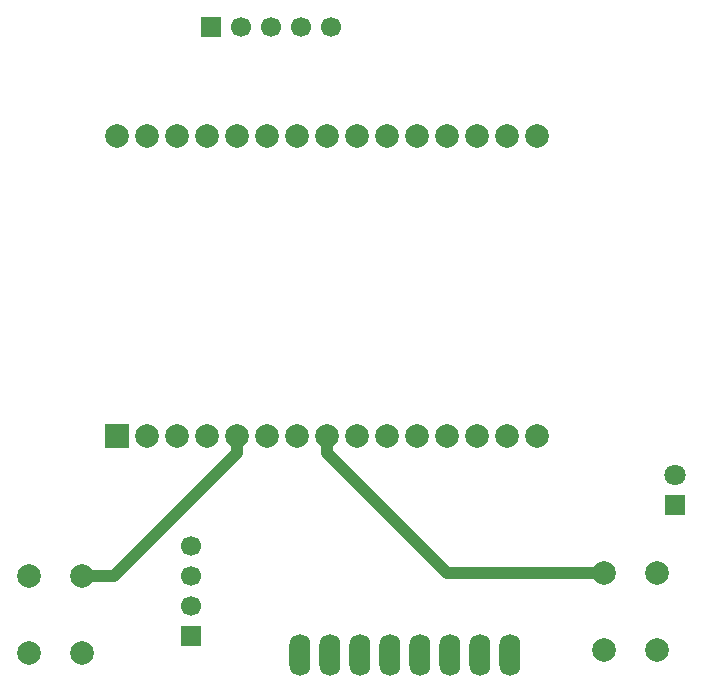
<source format=gbr>
%TF.GenerationSoftware,KiCad,Pcbnew,9.0.2*%
%TF.CreationDate,2025-07-16T17:11:34-05:00*%
%TF.ProjectId,guante_primiparos,6775616e-7465-45f7-9072-696d69706172,rev?*%
%TF.SameCoordinates,Original*%
%TF.FileFunction,Copper,L1,Top*%
%TF.FilePolarity,Positive*%
%FSLAX46Y46*%
G04 Gerber Fmt 4.6, Leading zero omitted, Abs format (unit mm)*
G04 Created by KiCad (PCBNEW 9.0.2) date 2025-07-16 17:11:34*
%MOMM*%
%LPD*%
G01*
G04 APERTURE LIST*
%TA.AperFunction,ComponentPad*%
%ADD10R,2.000000X2.000000*%
%TD*%
%TA.AperFunction,ComponentPad*%
%ADD11C,2.000000*%
%TD*%
%TA.AperFunction,ComponentPad*%
%ADD12R,1.700000X1.700000*%
%TD*%
%TA.AperFunction,ComponentPad*%
%ADD13C,1.700000*%
%TD*%
%TA.AperFunction,ComponentPad*%
%ADD14O,1.778000X3.556000*%
%TD*%
%TA.AperFunction,ComponentPad*%
%ADD15R,1.800000X1.800000*%
%TD*%
%TA.AperFunction,ComponentPad*%
%ADD16C,1.800000*%
%TD*%
%TA.AperFunction,Conductor*%
%ADD17C,1.000000*%
%TD*%
G04 APERTURE END LIST*
D10*
%TO.P,U1,1,3V3*%
%TO.N,Net-(Brd1-VCC)*%
X105485000Y-125000000D03*
D11*
%TO.P,U1,2,GND*%
%TO.N,Net-(Brd1-GND)*%
X108025000Y-125000000D03*
%TO.P,U1,3,D15*%
%TO.N,unconnected-(U1-D15-Pad3)*%
X110565000Y-125000000D03*
%TO.P,U1,4,D2*%
%TO.N,unconnected-(U1-D2-Pad4)*%
X113105000Y-125000000D03*
%TO.P,U1,5,D4*%
%TO.N,Net-(U1-D4)*%
X115645000Y-125000000D03*
%TO.P,U1,6,RX2*%
%TO.N,unconnected-(U1-RX2-Pad6)*%
X118185000Y-125000000D03*
%TO.P,U1,7,TX2*%
%TO.N,unconnected-(U1-TX2-Pad7)*%
X120725000Y-125000000D03*
%TO.P,U1,8,D5*%
%TO.N,Net-(U1-D5)*%
X123265000Y-125000000D03*
%TO.P,U1,9,D18*%
%TO.N,Net-(Brd1-SDA)*%
X125805000Y-125000000D03*
%TO.P,U1,10,D19*%
%TO.N,Net-(Brd1-SCL)*%
X128345000Y-125000000D03*
%TO.P,U1,11,D21*%
%TO.N,Net-(U1-D21)*%
X130885000Y-125000000D03*
%TO.P,U1,12,RX0*%
%TO.N,unconnected-(U1-RX0-Pad12)*%
X133425000Y-125000000D03*
%TO.P,U1,13,TX0*%
%TO.N,unconnected-(U1-TX0-Pad13)*%
X135965000Y-125000000D03*
%TO.P,U1,14,D22*%
%TO.N,Net-(U1-D22)*%
X138505000Y-125000000D03*
%TO.P,U1,15,D23*%
%TO.N,Net-(D1-A)*%
X141045000Y-125000000D03*
%TO.P,U1,16,EN*%
%TO.N,unconnected-(U1-EN-Pad16)*%
X141045000Y-99600000D03*
%TO.P,U1,17,VP*%
%TO.N,unconnected-(U1-VP-Pad17)*%
X138505000Y-99600000D03*
%TO.P,U1,18,VN*%
%TO.N,unconnected-(U1-VN-Pad18)*%
X135965000Y-99600000D03*
%TO.P,U1,19,D34*%
%TO.N,unconnected-(U1-D34-Pad19)*%
X133425000Y-99600000D03*
%TO.P,U1,20,D35*%
%TO.N,unconnected-(U1-D35-Pad20)*%
X130885000Y-99600000D03*
%TO.P,U1,21,D32*%
%TO.N,unconnected-(U1-D32-Pad21)*%
X128345000Y-99600000D03*
%TO.P,U1,22,D33*%
%TO.N,unconnected-(U1-D33-Pad22)*%
X125805000Y-99600000D03*
%TO.P,U1,23,D25*%
%TO.N,Net-(J6-Pin_5)*%
X123265000Y-99600000D03*
%TO.P,U1,24,D26*%
%TO.N,Net-(J6-Pin_4)*%
X120725000Y-99600000D03*
%TO.P,U1,25,D27*%
%TO.N,Net-(J6-Pin_3)*%
X118185000Y-99600000D03*
%TO.P,U1,26,D14*%
%TO.N,Net-(J6-Pin_2)*%
X115645000Y-99600000D03*
%TO.P,U1,27,D12*%
%TO.N,unconnected-(U1-D12-Pad27)*%
X113105000Y-99600000D03*
%TO.P,U1,28,D13*%
%TO.N,unconnected-(U1-D13-Pad28)*%
X110565000Y-99600000D03*
%TO.P,U1,29,GND*%
%TO.N,Net-(Brd1-GND)*%
X108025000Y-99600000D03*
%TO.P,U1,30,VIN*%
%TO.N,unconnected-(U1-VIN-Pad30)*%
X105485000Y-99600000D03*
%TD*%
D12*
%TO.P,J6,1,Pin_1*%
%TO.N,Net-(Brd1-GND)*%
X113460000Y-90300000D03*
D13*
%TO.P,J6,2,Pin_2*%
%TO.N,Net-(J6-Pin_2)*%
X116000000Y-90300000D03*
%TO.P,J6,3,Pin_3*%
%TO.N,Net-(J6-Pin_3)*%
X118540000Y-90300000D03*
%TO.P,J6,4,Pin_4*%
%TO.N,Net-(J6-Pin_4)*%
X121080000Y-90300000D03*
%TO.P,J6,5,Pin_5*%
%TO.N,Net-(J6-Pin_5)*%
X123620000Y-90300000D03*
%TD*%
D14*
%TO.P,U2,ADO,ADO*%
%TO.N,unconnected-(U2-PadADO)*%
X136250000Y-143550000D03*
%TO.P,U2,GND,GND*%
%TO.N,Net-(Brd1-GND)*%
X123550000Y-143550000D03*
%TO.P,U2,INT,INT*%
%TO.N,unconnected-(U2-PadINT)*%
X138790000Y-143550000D03*
%TO.P,U2,SCL,SCL*%
%TO.N,Net-(U1-D22)*%
X126090000Y-143550000D03*
%TO.P,U2,SDA,SDA*%
%TO.N,Net-(U1-D21)*%
X128630000Y-143550000D03*
%TO.P,U2,VCC,VCC*%
%TO.N,Net-(Brd1-VCC)*%
X121010000Y-143550000D03*
%TO.P,U2,XCL,XCL*%
%TO.N,unconnected-(U2-PadXCL)*%
X133710000Y-143550000D03*
%TO.P,U2,XDA,XDA*%
%TO.N,unconnected-(U2-PadXDA)*%
X131170000Y-143550000D03*
%TD*%
D12*
%TO.P,Brd1,1,GND*%
%TO.N,Net-(Brd1-GND)*%
X111750000Y-141860000D03*
D13*
%TO.P,Brd1,2,VCC*%
%TO.N,Net-(Brd1-VCC)*%
X111750000Y-139320000D03*
%TO.P,Brd1,3,SCL*%
%TO.N,Net-(Brd1-SCL)*%
X111750000Y-136780000D03*
%TO.P,Brd1,4,SDA*%
%TO.N,Net-(Brd1-SDA)*%
X111750000Y-134240000D03*
%TD*%
D15*
%TO.P,D1,1,K*%
%TO.N,Net-(Brd1-GND)*%
X152750000Y-130820000D03*
D16*
%TO.P,D1,2,A*%
%TO.N,Net-(D1-A)*%
X152750000Y-128280000D03*
%TD*%
D11*
%TO.P,SW2,1,1*%
%TO.N,Net-(U1-D5)*%
X151250000Y-136550000D03*
%TO.P,SW2,1,2*%
X146750000Y-136550000D03*
%TO.P,SW2,1,1*%
%TO.N,Net-(Brd1-GND)*%
X151250000Y-143050000D03*
%TO.P,SW2,2,2*%
X146750000Y-143050000D03*
%TD*%
%TO.P,SW1,1,1*%
%TO.N,Net-(U1-D4)*%
X98000000Y-136800000D03*
%TO.P,SW1,1,2*%
X102500000Y-136800000D03*
%TO.P,SW1,2,1*%
%TO.N,Net-(Brd1-GND)*%
X98000000Y-143300000D03*
%TO.P,SW1,2,2*%
X102500000Y-143300000D03*
%TD*%
D17*
%TO.N,Net-(U1-D4)*%
X115645000Y-126414213D02*
X115645000Y-125000000D01*
X105259213Y-136800000D02*
X115645000Y-126414213D01*
X102500000Y-136800000D02*
X105259213Y-136800000D01*
%TO.N,Net-(U1-D5)*%
X123265000Y-126414213D02*
X123265000Y-125000000D01*
X133400787Y-136550000D02*
X123265000Y-126414213D01*
X146750000Y-136550000D02*
X133400787Y-136550000D01*
X146750000Y-136550000D02*
X147020000Y-136550000D01*
%TD*%
M02*

</source>
